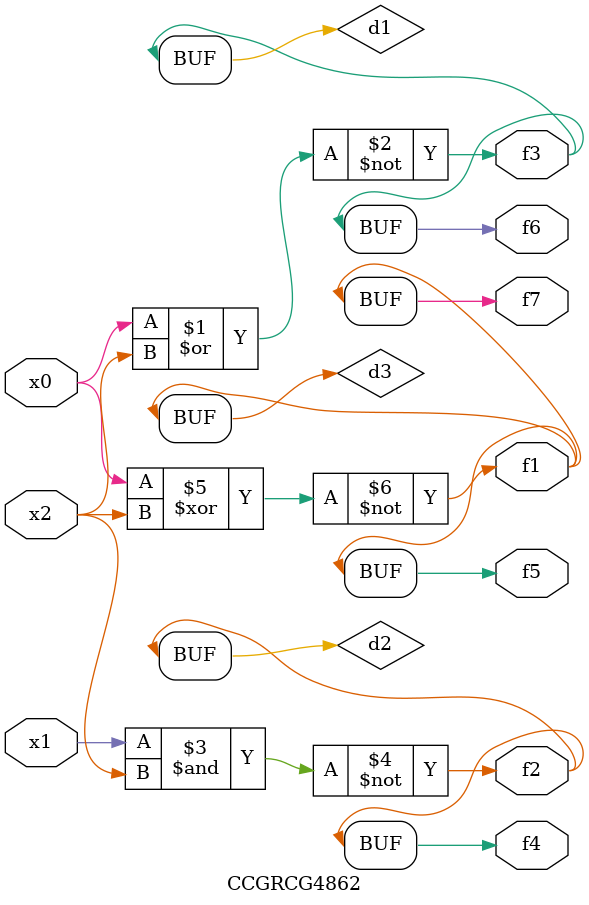
<source format=v>
module CCGRCG4862(
	input x0, x1, x2,
	output f1, f2, f3, f4, f5, f6, f7
);

	wire d1, d2, d3;

	nor (d1, x0, x2);
	nand (d2, x1, x2);
	xnor (d3, x0, x2);
	assign f1 = d3;
	assign f2 = d2;
	assign f3 = d1;
	assign f4 = d2;
	assign f5 = d3;
	assign f6 = d1;
	assign f7 = d3;
endmodule

</source>
